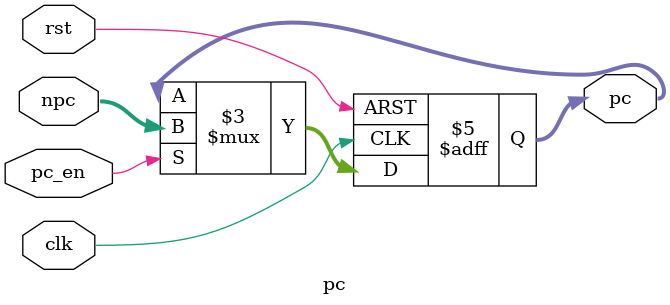
<source format=v>
`timescale 1ns / 1ps

module pc(
    input wire rst,
    input wire clk,
    input wire pc_en,
    input wire[31:0] npc,
    
    output reg[31:0] pc
    );
    
    always @ (posedge clk or posedge rst) begin
        if (rst) begin
            pc <= 32'h00000000;
        end else begin
            if (pc_en) pc <= npc;
            else pc <= pc;
        end         
    end
endmodule

</source>
